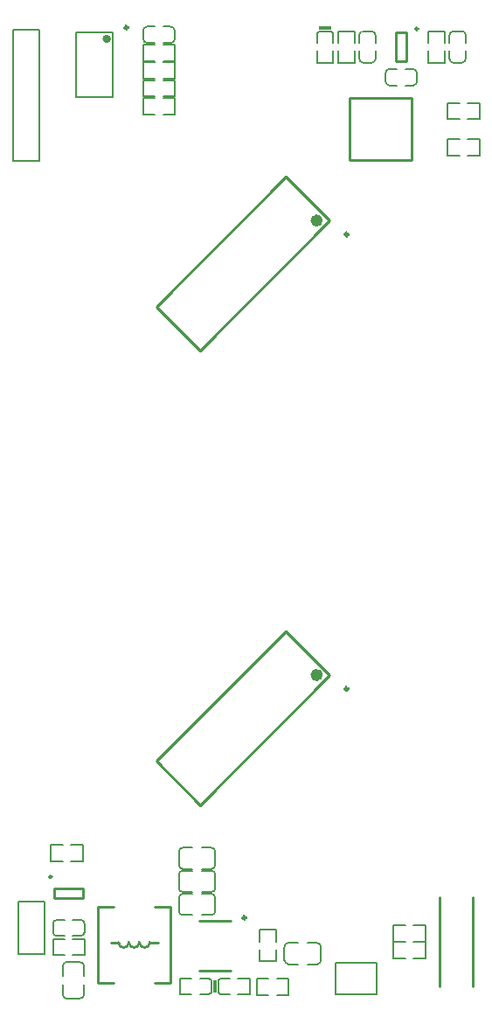
<source format=gbo>
G04*
G04 #@! TF.GenerationSoftware,Altium Limited,Altium Designer,21.6.1 (37)*
G04*
G04 Layer_Color=32896*
%FSLAX25Y25*%
%MOIN*%
G70*
G04*
G04 #@! TF.SameCoordinates,C0504D16-1B66-4A67-A265-E874579EAF83*
G04*
G04*
G04 #@! TF.FilePolarity,Positive*
G04*
G01*
G75*
%ADD11C,0.01000*%
%ADD44C,0.02362*%
%ADD66C,0.00787*%
%ADD67C,0.01181*%
%ADD68C,0.01575*%
%ADD69C,0.00984*%
%ADD70R,0.04724X0.01181*%
%ADD71R,0.01181X0.04724*%
D11*
X-47498Y-164221D02*
G03*
X-43498Y-164221I2000J0D01*
G01*
X-39498D02*
G03*
X-35498Y-164221I2000J0D01*
G01*
X-43498D02*
G03*
X-39498Y-164221I2000J0D01*
G01*
X64334Y133957D02*
Y157579D01*
X40712Y133957D02*
Y157579D01*
X64334D01*
X40712Y133957D02*
X64334D01*
X58423Y171577D02*
Y182600D01*
X62360Y171577D02*
Y182600D01*
X58423Y171577D02*
X62360D01*
X58423Y182600D02*
X62360D01*
X-71960Y-147513D02*
Y-143577D01*
X-60937Y-147513D02*
Y-143577D01*
X-71960Y-143577D02*
X-60937Y-143577D01*
X-71960Y-147513D02*
X-60937Y-147513D01*
X-35498Y-164221D02*
X-32498D01*
X-50498D02*
X-47498D01*
X-33597Y-150821D02*
X-27797D01*
Y-179621D02*
Y-150821D01*
X-33597Y-179621D02*
X-27797D01*
X-55197Y-150821D02*
X-49397D01*
X-55197Y-179621D02*
Y-150821D01*
Y-179621D02*
X-49397D01*
X-16804Y-155998D02*
X-4600D01*
X-16804Y-174895D02*
X-4600D01*
X75148Y-180939D02*
Y-146923D01*
X87746Y-180939D02*
Y-146923D01*
X-33128Y-95165D02*
X-16425Y-111868D01*
X16425Y-45612D02*
X33128Y-62315D01*
X-33128Y-95165D02*
X16425Y-45612D01*
X-16425Y-111868D02*
X33128Y-62315D01*
X-33128Y78063D02*
X-16425Y61360D01*
X16425Y127616D02*
X33128Y110913D01*
X-33128Y78063D02*
X16425Y127616D01*
X-16425Y61360D02*
X33128Y110913D01*
D44*
X29298Y-62315D02*
G03*
X29298Y-62315I-1181J0D01*
G01*
Y110913D02*
G03*
X29298Y110913I-1181J0D01*
G01*
D66*
X17406Y-164403D02*
G03*
X15832Y-165978I0J-1575D01*
G01*
X15832Y-170978D02*
G03*
X17406Y-172553I1575J0D01*
G01*
X28194Y-172553D02*
G03*
X29768Y-170978I0J1575D01*
G01*
X29768Y-165978D02*
G03*
X28194Y-164403I-1575J0D01*
G01*
X-26003Y183235D02*
G03*
X-27578Y184810I-1575J0D01*
G01*
Y178590D02*
G03*
X-26003Y180165I-0J1575D01*
G01*
X-38090Y180165D02*
G03*
X-36515Y178590I1575J0D01*
G01*
X-36515Y184810D02*
G03*
X-38090Y183235I0J-1575D01*
G01*
X83427Y171045D02*
G03*
X85002Y172620I0J1575D01*
G01*
X78781D02*
G03*
X80356Y171045I1575J0D01*
G01*
X80356Y183132D02*
G03*
X78781Y181557I0J-1575D01*
G01*
X85002Y181557D02*
G03*
X83427Y183132I-1575J-0D01*
G01*
X49005Y171045D02*
G03*
X50580Y172620I0J1575D01*
G01*
X44359D02*
G03*
X45934Y171045I1575J0D01*
G01*
X45934Y183132D02*
G03*
X44359Y181557I0J-1575D01*
G01*
X50580Y181557D02*
G03*
X49005Y183132I-1575J-0D01*
G01*
X66435Y167077D02*
G03*
X64860Y168652I-1575J0D01*
G01*
Y162431D02*
G03*
X66435Y164006I-0J1575D01*
G01*
X54348Y164006D02*
G03*
X55923Y162431I1575J0D01*
G01*
X55923Y168652D02*
G03*
X54348Y167077I0J-1575D01*
G01*
X-22894Y-128125D02*
G03*
X-24468Y-129700I0J-1575D01*
G01*
X-24468Y-134700D02*
G03*
X-22894Y-136275I1575J0D01*
G01*
X-12106Y-136275D02*
G03*
X-10531Y-134700I0J1575D01*
G01*
X-10531Y-129700D02*
G03*
X-12106Y-128125I-1575J0D01*
G01*
X-22894Y-136909D02*
G03*
X-24468Y-138484I0J-1575D01*
G01*
X-24468Y-143484D02*
G03*
X-22894Y-145058I1575J0D01*
G01*
X-12106Y-145058D02*
G03*
X-10531Y-143484I0J1575D01*
G01*
X-10531Y-138484D02*
G03*
X-12106Y-136909I-1575J0D01*
G01*
X-22894Y-145692D02*
G03*
X-24468Y-147267I0J-1575D01*
G01*
X-24468Y-152267D02*
G03*
X-22894Y-153842I1575J0D01*
G01*
X-12106Y-153842D02*
G03*
X-10531Y-152267I0J1575D01*
G01*
X-10531Y-147267D02*
G03*
X-12106Y-145692I-1575J0D01*
G01*
X-60625Y-173306D02*
G03*
X-62200Y-171731I-1575J-0D01*
G01*
X-67200Y-171731D02*
G03*
X-68775Y-173306I0J-1575D01*
G01*
X-68775Y-184094D02*
G03*
X-67200Y-185669I1575J-0D01*
G01*
X-62200Y-185669D02*
G03*
X-60625Y-184094I0J1575D01*
G01*
X-60405Y-157212D02*
G03*
X-61980Y-155637I-1575J0D01*
G01*
Y-161858D02*
G03*
X-60405Y-160283I-0J1575D01*
G01*
X-72492Y-160283D02*
G03*
X-70917Y-161858I1575J0D01*
G01*
Y-155637D02*
G03*
X-72492Y-157212I0J-1575D01*
G01*
X-87800Y183600D02*
X-77800D01*
X-87800Y133600D02*
Y183600D01*
X-77800Y133600D02*
Y183600D01*
X-87800Y133600D02*
X-77800D01*
X78157Y149548D02*
X82625D01*
X85775D02*
X90243D01*
X78157Y155768D02*
X82625D01*
X90243Y149548D02*
Y155768D01*
X78157Y149548D02*
Y155768D01*
X85775D02*
X90243D01*
X78157Y135768D02*
X82625D01*
X85775D02*
X90243D01*
X78157Y141989D02*
X82625D01*
X90243Y135768D02*
Y141989D01*
X78157Y135768D02*
Y141989D01*
X85775D02*
X90243D01*
X24572Y-164403D02*
X28194D01*
X17406D02*
X21028D01*
X17406Y-172553D02*
X21028D01*
X15832Y-170978D02*
Y-165978D01*
X24572Y-172553D02*
X28194D01*
X29768Y-170978D02*
Y-165978D01*
X6423Y-163872D02*
Y-159403D01*
Y-171490D02*
Y-167021D01*
X12643Y-163872D02*
Y-159403D01*
X6423Y-171490D02*
X12643D01*
X6423Y-159403D02*
X12643D01*
Y-171490D02*
Y-167021D01*
X5357Y-184310D02*
X9825D01*
X12975D02*
X17443D01*
X5357Y-178090D02*
X9825D01*
X17443Y-184310D02*
Y-178090D01*
X5357Y-184310D02*
Y-178090D01*
X12975D02*
X17443D01*
X-38090Y151365D02*
X-33621D01*
X-30472D02*
X-26003D01*
X-38090Y157586D02*
X-33621D01*
X-26003Y151365D02*
Y157586D01*
X-38090Y151365D02*
Y157586D01*
X-30472D02*
X-26003D01*
X-38090Y171784D02*
X-33621D01*
X-30472D02*
X-26003D01*
X-38090Y178004D02*
X-33621D01*
X-26003Y171784D02*
Y178004D01*
X-38090Y171784D02*
Y178004D01*
X-30472D02*
X-26003D01*
X-38090Y158171D02*
X-33621D01*
X-30472D02*
X-26003D01*
X-38090Y164392D02*
X-33621D01*
X-26003Y158171D02*
Y164392D01*
X-38090Y158171D02*
Y164392D01*
X-30472D02*
X-26003D01*
X-38090Y164978D02*
X-33621D01*
X-30472D02*
X-26003D01*
X-38090Y171198D02*
X-33621D01*
X-26003Y164978D02*
Y171198D01*
X-38090Y164978D02*
Y171198D01*
X-30472D02*
X-26003D01*
X50939Y-183993D02*
Y-172182D01*
X35191Y-183993D02*
Y-172182D01*
X50939D01*
X35191Y-183993D02*
X50939D01*
X42651Y171032D02*
Y175501D01*
Y178650D02*
Y183119D01*
X36431Y171032D02*
Y175501D01*
Y183119D02*
X42651D01*
X36431Y171032D02*
X42651D01*
X36431Y178650D02*
Y183119D01*
X33650Y182994D02*
X34410Y182207D01*
X28190D02*
X28950Y182994D01*
X28190Y178664D02*
Y182207D01*
Y171045D02*
X34410D01*
X28950Y182994D02*
X33650D01*
X28190Y171045D02*
Y175514D01*
X34410Y178664D02*
Y182207D01*
Y171045D02*
Y175514D01*
X-30472Y178590D02*
X-27578D01*
X-36515Y178590D02*
X-33621D01*
X-36515Y184810D02*
X-33621D01*
X-26003Y180165D02*
Y183235D01*
X-38090Y180165D02*
Y183235D01*
X-30472Y184810D02*
X-27578D01*
X-63768Y158105D02*
X-49595D01*
X-63768Y182514D02*
X-49595D01*
X-63768Y158105D02*
Y182514D01*
X-49595Y158105D02*
Y182514D01*
X78781Y172620D02*
Y175514D01*
X78781Y178663D02*
Y181557D01*
X85002Y178663D02*
Y181557D01*
X80356Y171045D02*
X83427D01*
X80356Y183132D02*
X83427D01*
X85002Y172620D02*
Y175514D01*
X44359Y172620D02*
Y175514D01*
X44359Y178663D02*
Y181557D01*
X50580Y178663D02*
Y181557D01*
X45934Y171045D02*
X49005D01*
X45934Y183132D02*
X49005D01*
X50580Y172620D02*
Y175514D01*
X61966Y162431D02*
X64860D01*
X55923Y162431D02*
X58817D01*
X55923Y168652D02*
X58817D01*
X66435Y164006D02*
Y167077D01*
X54348Y164006D02*
Y167077D01*
X61966Y168652D02*
X64860D01*
X70797Y178663D02*
Y183132D01*
Y171045D02*
Y175514D01*
X77018Y178663D02*
Y183132D01*
X70797Y171045D02*
X77018D01*
X70797Y183132D02*
X77018D01*
Y171045D02*
Y175514D01*
X-15728Y-128125D02*
X-12106D01*
X-22894D02*
X-19272D01*
X-22894Y-136275D02*
X-19272D01*
X-24468Y-134700D02*
Y-129700D01*
X-15728Y-136275D02*
X-12106D01*
X-10531Y-134700D02*
Y-129700D01*
X-15728Y-136909D02*
X-12106D01*
X-22894D02*
X-19272D01*
X-22894Y-145058D02*
X-19272D01*
X-24468Y-143484D02*
Y-138484D01*
X-15728Y-145058D02*
X-12106D01*
X-10531Y-143484D02*
Y-138484D01*
X-15728Y-145692D02*
X-12106D01*
X-22894D02*
X-19272D01*
X-22894Y-153842D02*
X-19272D01*
X-24468Y-152267D02*
Y-147267D01*
X-15728Y-153842D02*
X-12106D01*
X-10531Y-152267D02*
Y-147267D01*
X-60625Y-184094D02*
Y-180472D01*
Y-176928D02*
Y-173306D01*
X-68775Y-176928D02*
Y-173306D01*
X-67200Y-171731D02*
X-62200D01*
X-68775Y-184094D02*
Y-180472D01*
X-67200Y-185669D02*
X-62200D01*
X-64874Y-161858D02*
X-61980D01*
X-70917Y-161858D02*
X-68023Y-161858D01*
X-70917Y-155637D02*
X-68023D01*
X-60405Y-160283D02*
Y-157212D01*
X-72492Y-160283D02*
Y-157212D01*
X-64874Y-155637D02*
X-61980D01*
X-72492Y-169155D02*
X-68023D01*
X-64874D02*
X-60405D01*
X-72492Y-162935D02*
X-68023D01*
X-60405Y-169155D02*
Y-162935D01*
X-72492Y-169155D02*
Y-162935D01*
X-64874D02*
X-60405D01*
X-73201Y-133310D02*
X-68732D01*
X-65582D02*
X-61114D01*
X-73201Y-127090D02*
X-68732D01*
X-61114Y-133310D02*
Y-127090D01*
X-73201Y-133310D02*
Y-127090D01*
X-65582D02*
X-61114D01*
X-85746Y-168748D02*
X-75745D01*
Y-148748D01*
X-85746D02*
X-75745D01*
X-85746Y-168748D02*
Y-148748D01*
X-12879Y-184134D02*
X-12092Y-183374D01*
X-12879Y-177913D02*
X-12092Y-178673D01*
X-16422Y-177913D02*
X-12879D01*
X-24040Y-184134D02*
Y-177913D01*
X-12092Y-183374D02*
Y-178673D01*
X-24040Y-177913D02*
X-19572D01*
X-16422Y-184134D02*
X-12879D01*
X-24040D02*
X-19572D01*
X-9403Y-178673D02*
X-8615Y-177913D01*
X-9403Y-183374D02*
X-8615Y-184134D01*
X-5072D01*
X2546D02*
Y-177913D01*
X-9403Y-183374D02*
Y-178673D01*
X-1922Y-184134D02*
X2546D01*
X-8615Y-177913D02*
X-5072D01*
X-1922D02*
X2546D01*
X57457Y-170246D02*
X61925D01*
X65075D02*
X69543D01*
X57457Y-164025D02*
X61925D01*
X69543Y-170246D02*
Y-164025D01*
X57457Y-170246D02*
Y-164025D01*
X65075D02*
X69543D01*
X57457Y-163910D02*
X61925D01*
X65075D02*
X69543D01*
X57457Y-157690D02*
X61925D01*
X69543Y-163910D02*
Y-157690D01*
X57457Y-163910D02*
Y-157690D01*
X65075D02*
X69543D01*
D67*
X-43887Y184483D02*
G03*
X-43887Y184483I-591J0D01*
G01*
X1109Y-154817D02*
G03*
X1109Y-154817I-591J0D01*
G01*
X40122Y-67605D02*
G03*
X40122Y-67605I-591J0D01*
G01*
Y105624D02*
G03*
X40122Y105624I-591J0D01*
G01*
D68*
X-51170Y180152D02*
G03*
X-51170Y180152I-787J0D01*
G01*
D69*
X66789Y183978D02*
G03*
X66789Y183978I-492J0D01*
G01*
X-72846Y-139246D02*
G03*
X-72846Y-139246I-492J0D01*
G01*
D70*
X31300Y184274D02*
D03*
D71*
X-10812Y-181024D02*
D03*
X-10682D02*
D03*
M02*

</source>
